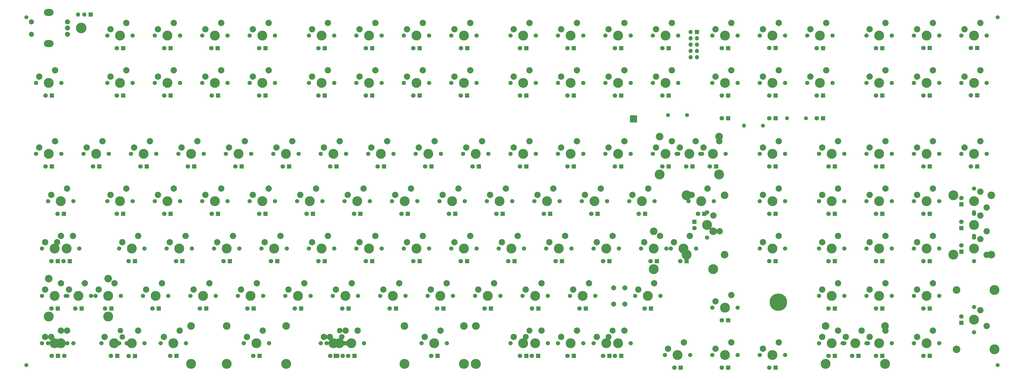
<source format=gbr>
G04 #@! TF.GenerationSoftware,KiCad,Pcbnew,(6.0.5)*
G04 #@! TF.CreationDate,2022-06-06T08:19:00-04:00*
G04 #@! TF.ProjectId,Boston-keyboard-V06-1D,426f7374-6f6e-42d6-9b65-79626f617264,rev?*
G04 #@! TF.SameCoordinates,Original*
G04 #@! TF.FileFunction,Soldermask,Top*
G04 #@! TF.FilePolarity,Negative*
%FSLAX46Y46*%
G04 Gerber Fmt 4.6, Leading zero omitted, Abs format (unit mm)*
G04 Created by KiCad (PCBNEW (6.0.5)) date 2022-06-06 08:19:00*
%MOMM*%
%LPD*%
G01*
G04 APERTURE LIST*
%ADD10R,1.800000X1.800000*%
%ADD11C,1.800000*%
%ADD12R,2.200000X1.800000*%
%ADD13C,0.800000*%
%ADD14C,7.000000*%
%ADD15C,1.600000*%
%ADD16O,1.600000X1.600000*%
%ADD17C,1.596000*%
%ADD18C,2.000000*%
%ADD19R,1.700000X1.700000*%
%ADD20O,1.700000X1.700000*%
%ADD21C,2.032000*%
%ADD22O,3.900000X2.799999*%
%ADD23C,3.987800*%
%ADD24C,1.701800*%
%ADD25C,2.540000*%
%ADD26C,3.048000*%
%ADD27C,2.400000*%
%ADD28C,2.200000*%
%ADD29O,5.000000X1.701800*%
%ADD30C,4.250000*%
%ADD31C,0.220000*%
G04 APERTURE END LIST*
D10*
X69657600Y-168280000D03*
D11*
X72197600Y-168280000D03*
D12*
X181420000Y-168280000D03*
D11*
X183960000Y-168280000D03*
D10*
X381595000Y-130180000D03*
D11*
X379055000Y-130180000D03*
D10*
X181570000Y-92080000D03*
D11*
X179030000Y-92080000D03*
D10*
X419695000Y-168280000D03*
D11*
X417155000Y-168280000D03*
D13*
X360749655Y-144793345D03*
X358893500Y-149274500D03*
X361518500Y-146649500D03*
X357037345Y-148505655D03*
X357037345Y-144793345D03*
X358893500Y-144024500D03*
X360749655Y-148505655D03*
D14*
X358893500Y-146649500D03*
D13*
X356268500Y-146649500D03*
D10*
X253007500Y-130180000D03*
D11*
X250467500Y-130180000D03*
D10*
X69657600Y-168280000D03*
D11*
X67117600Y-168280000D03*
D10*
X238720000Y-92080000D03*
D11*
X236180000Y-92080000D03*
D10*
X152995000Y-111130000D03*
D11*
X150455000Y-111130000D03*
D10*
X333970000Y-92080000D03*
D11*
X331430000Y-92080000D03*
D10*
X167282500Y-149230000D03*
D11*
X164742500Y-149230000D03*
D10*
X233957500Y-63505000D03*
D11*
X231417500Y-63505000D03*
D10*
X338732500Y-153992500D03*
D11*
X336192500Y-153992500D03*
D10*
X419695000Y-92080000D03*
D11*
X417155000Y-92080000D03*
D10*
X438745000Y-44429600D03*
D11*
X436205000Y-44429600D03*
D10*
X114895000Y-63505000D03*
D11*
X112355000Y-63505000D03*
D10*
X195857500Y-44455000D03*
D11*
X193317500Y-44455000D03*
D10*
X114895000Y-111130000D03*
D11*
X112355000Y-111130000D03*
D10*
X400645000Y-63530400D03*
D11*
X398105000Y-63530400D03*
D10*
X419695000Y-44429600D03*
D11*
X417155000Y-44429600D03*
D10*
X381595000Y-149230000D03*
D11*
X379055000Y-149230000D03*
D10*
X276820000Y-168280000D03*
D11*
X274280000Y-168280000D03*
D10*
X233995600Y-44455000D03*
D11*
X231455600Y-44455000D03*
D10*
X432395000Y-107320000D03*
D11*
X432395000Y-104780000D03*
D10*
X138707500Y-130180000D03*
D11*
X136167500Y-130180000D03*
D10*
X210145000Y-111130000D03*
D11*
X207605000Y-111130000D03*
D10*
X314915000Y-92062500D03*
D11*
X312375000Y-92062500D03*
D10*
X257770000Y-44455000D03*
D11*
X255230000Y-44455000D03*
D10*
X329207500Y-111130000D03*
D11*
X326667500Y-111130000D03*
D10*
X67270000Y-92080000D03*
D11*
X64730000Y-92080000D03*
D10*
X357782500Y-111130000D03*
D11*
X355242500Y-111130000D03*
D10*
X91082500Y-149230000D03*
D11*
X88542500Y-149230000D03*
D10*
X381595000Y-92080000D03*
D11*
X379055000Y-92080000D03*
D10*
X119657500Y-130180000D03*
D11*
X117117500Y-130180000D03*
D10*
X419695000Y-149230000D03*
D11*
X417155000Y-149230000D03*
D10*
X257770000Y-63505000D03*
D11*
X255230000Y-63505000D03*
D10*
X314920000Y-63500000D03*
D11*
X312380000Y-63500000D03*
D10*
X438745000Y-63479600D03*
D11*
X436205000Y-63479600D03*
D10*
X338732500Y-72712500D03*
D11*
X336192500Y-72712500D03*
D10*
X432395000Y-116845000D03*
D11*
X432395000Y-114305000D03*
D10*
X219670000Y-92080000D03*
D11*
X217130000Y-92080000D03*
D10*
X69651250Y-130180000D03*
D11*
X67111250Y-130180000D03*
D10*
X114895000Y-44455000D03*
D11*
X112355000Y-44455000D03*
D10*
X432395000Y-154945000D03*
D11*
X432395000Y-152405000D03*
D10*
X152995000Y-44455000D03*
D11*
X150455000Y-44455000D03*
D10*
X205382500Y-149230000D03*
D11*
X202842500Y-149230000D03*
D10*
X214907500Y-44455000D03*
D11*
X212367500Y-44455000D03*
D10*
X105370000Y-92080000D03*
D11*
X102830000Y-92080000D03*
D10*
X295870000Y-63505000D03*
D11*
X293330000Y-63505000D03*
D15*
X352700000Y-75600000D03*
D16*
X345080000Y-75600000D03*
D10*
X338745200Y-44455000D03*
D11*
X336205200Y-44455000D03*
D10*
X200620000Y-92080000D03*
D11*
X198080000Y-92080000D03*
D10*
X419695000Y-63530400D03*
D11*
X417155000Y-63530400D03*
D10*
X93463750Y-168280000D03*
D11*
X90923750Y-168280000D03*
D10*
X438745000Y-92080000D03*
D11*
X436205000Y-92080000D03*
D10*
X186332500Y-149230000D03*
D11*
X183792500Y-149230000D03*
D10*
X276820000Y-92080000D03*
D11*
X274280000Y-92080000D03*
D12*
X181570000Y-168280000D03*
D11*
X179030000Y-168280000D03*
D10*
X357782500Y-130180000D03*
D11*
X355242500Y-130180000D03*
D17*
X447000000Y-32000000D03*
D10*
X357782500Y-72712500D03*
D11*
X355242500Y-72712500D03*
D10*
X338732500Y-63500000D03*
D11*
X336192500Y-63500000D03*
D10*
X95845000Y-63505000D03*
D11*
X93305000Y-63505000D03*
D10*
X176807500Y-44455000D03*
D11*
X174267500Y-44455000D03*
D10*
X172045000Y-111130000D03*
D11*
X169505000Y-111130000D03*
D10*
X176807500Y-63505000D03*
D11*
X174267500Y-63505000D03*
D10*
X176807500Y-130180000D03*
D11*
X174267500Y-130180000D03*
D10*
X381595000Y-168280000D03*
D11*
X379055000Y-168280000D03*
D10*
X276820000Y-63505000D03*
D11*
X274280000Y-63505000D03*
D10*
X325238750Y-114305000D03*
D11*
X325238750Y-116845000D03*
D18*
X292750000Y-147400000D03*
X292750000Y-140900000D03*
X297250000Y-140900000D03*
X297250000Y-147400000D03*
D10*
X100594800Y-168305400D03*
D11*
X98054800Y-168305400D03*
D10*
X69651250Y-149230000D03*
D11*
X67111250Y-149230000D03*
D10*
X400645000Y-130180000D03*
D11*
X398105000Y-130180000D03*
D10*
X150609000Y-168262000D03*
D11*
X148069000Y-168262000D03*
D10*
X222060000Y-168265000D03*
D11*
X219520000Y-168265000D03*
D10*
X162520000Y-92080000D03*
D11*
X159980000Y-92080000D03*
D10*
X248245000Y-111130000D03*
D11*
X245705000Y-111130000D03*
D10*
X400645000Y-149230000D03*
D11*
X398105000Y-149230000D03*
D10*
X400645000Y-92080000D03*
D11*
X398105000Y-92080000D03*
D19*
X82825000Y-30950000D03*
D20*
X80285000Y-30950000D03*
X77745000Y-30950000D03*
D10*
X95845000Y-44455000D03*
D11*
X93305000Y-44455000D03*
D17*
X57000000Y-172000000D03*
D10*
X257770000Y-92080000D03*
D11*
X255230000Y-92080000D03*
D10*
X291094800Y-168280000D03*
D11*
X288554800Y-168280000D03*
D10*
X157757500Y-130180000D03*
D11*
X155217500Y-130180000D03*
D10*
X191095000Y-111130000D03*
D11*
X188555000Y-111130000D03*
D10*
X400645000Y-44480400D03*
D11*
X398105000Y-44480400D03*
D10*
X110132500Y-149230000D03*
D11*
X107592500Y-149230000D03*
D10*
X67270000Y-63530400D03*
D11*
X64730000Y-63530400D03*
D10*
X357800000Y-63500000D03*
D11*
X355260000Y-63500000D03*
D10*
X319682500Y-173042500D03*
D11*
X317142500Y-173042500D03*
D10*
X262519800Y-168254600D03*
D11*
X259979800Y-168254600D03*
D10*
X295870000Y-168280000D03*
D11*
X293330000Y-168280000D03*
D10*
X322063750Y-130180000D03*
D11*
X319523750Y-130180000D03*
D10*
X276820000Y-44455000D03*
D11*
X274280000Y-44455000D03*
D10*
X357782500Y-92080000D03*
D11*
X355242500Y-92080000D03*
D10*
X224432500Y-149230000D03*
D11*
X221892500Y-149230000D03*
D10*
X229195000Y-111130000D03*
D11*
X226655000Y-111130000D03*
D10*
X357782500Y-173042500D03*
D11*
X355242500Y-173042500D03*
D10*
X133818000Y-44455000D03*
D11*
X131278000Y-44455000D03*
D17*
X57000000Y-32000000D03*
D10*
X262532500Y-149230000D03*
D11*
X259992500Y-149230000D03*
D10*
X432395000Y-126370000D03*
D11*
X432395000Y-123830000D03*
D10*
X188707400Y-168280000D03*
D11*
X186167400Y-168280000D03*
D10*
X324445000Y-92080000D03*
D11*
X321905000Y-92080000D03*
D10*
X100607500Y-130180000D03*
D11*
X98067500Y-130180000D03*
D10*
X376832500Y-63500000D03*
D11*
X374292500Y-63500000D03*
D10*
X419695000Y-130180000D03*
D11*
X417155000Y-130180000D03*
D10*
X419695000Y-111130000D03*
D11*
X417155000Y-111130000D03*
D10*
X72032500Y-111130000D03*
D11*
X69492500Y-111130000D03*
D10*
X291107500Y-130180000D03*
D11*
X288567500Y-130180000D03*
D10*
X338732500Y-173042500D03*
D11*
X336192500Y-173042500D03*
D10*
X286345000Y-111130000D03*
D11*
X283805000Y-111130000D03*
D21*
X73500000Y-38875000D03*
X73500000Y-33875000D03*
X73500000Y-36375000D03*
D22*
X66000000Y-30125000D03*
X66000000Y-42625000D03*
D21*
X59000000Y-38875000D03*
X59000000Y-33875000D03*
D10*
X307776250Y-149230000D03*
D11*
X305236250Y-149230000D03*
D10*
X152995000Y-63505000D03*
D11*
X150455000Y-63505000D03*
D10*
X272057500Y-130180000D03*
D11*
X269517500Y-130180000D03*
D10*
X124420000Y-92080000D03*
D11*
X121880000Y-92080000D03*
D10*
X233957500Y-130180000D03*
D11*
X231417500Y-130180000D03*
D10*
X117282600Y-168280000D03*
D11*
X114742600Y-168280000D03*
D10*
X314920000Y-44455000D03*
D11*
X312380000Y-44455000D03*
D10*
X257770000Y-168280000D03*
D11*
X255230000Y-168280000D03*
D10*
X133945000Y-63505000D03*
D11*
X131405000Y-63505000D03*
D10*
X129182500Y-149230000D03*
D11*
X126642500Y-149230000D03*
D10*
X305395000Y-111130000D03*
D11*
X302855000Y-111130000D03*
D10*
X295870000Y-44455000D03*
D11*
X293330000Y-44455000D03*
D15*
X370000000Y-72700000D03*
D16*
X362380000Y-72700000D03*
D10*
X214907500Y-130180000D03*
D11*
X212367500Y-130180000D03*
D10*
X79176250Y-149230000D03*
D11*
X76636250Y-149230000D03*
D10*
X400645000Y-168280000D03*
D11*
X398105000Y-168280000D03*
D10*
X281582500Y-149230000D03*
D11*
X279042500Y-149230000D03*
D10*
X357782500Y-44429600D03*
D11*
X355242500Y-44429600D03*
D10*
X143470000Y-92080000D03*
D11*
X140930000Y-92080000D03*
D10*
X391120000Y-168280000D03*
D11*
X388580000Y-168280000D03*
D10*
X310157500Y-130180000D03*
D11*
X307617500Y-130180000D03*
D10*
X295870000Y-92080000D03*
D11*
X293330000Y-92080000D03*
D10*
X95845000Y-111130000D03*
D11*
X93305000Y-111130000D03*
D19*
X326250000Y-38000000D03*
D20*
X323710000Y-38000000D03*
X326250000Y-40540000D03*
X323710000Y-40540000D03*
X326250000Y-43080000D03*
X323710000Y-43080000D03*
X326250000Y-45620000D03*
X323710000Y-45620000D03*
X326250000Y-48160000D03*
X323710000Y-48160000D03*
D10*
X74413750Y-130180000D03*
D11*
X71873750Y-130180000D03*
D10*
X214907500Y-63505000D03*
D11*
X212367500Y-63505000D03*
D10*
X376832500Y-72712500D03*
D11*
X374292500Y-72712500D03*
D15*
X322220000Y-71400000D03*
D16*
X314600000Y-71400000D03*
D10*
X376832500Y-44480400D03*
D11*
X374292500Y-44480400D03*
D10*
X86320000Y-92080000D03*
D11*
X83780000Y-92080000D03*
D10*
X267295000Y-111130000D03*
D11*
X264755000Y-111130000D03*
D10*
X243482500Y-149230000D03*
D11*
X240942500Y-149230000D03*
D10*
X133945000Y-111130000D03*
D11*
X131405000Y-111130000D03*
D10*
X195857500Y-130180000D03*
D11*
X193317500Y-130180000D03*
D10*
X381595000Y-111130000D03*
D11*
X379055000Y-111130000D03*
D17*
X447000000Y-172000000D03*
D10*
X148232500Y-149230000D03*
D11*
X145692500Y-149230000D03*
D10*
X195857500Y-63505000D03*
D11*
X193317500Y-63505000D03*
D10*
X400645000Y-111130000D03*
D11*
X398105000Y-111130000D03*
D23*
X275550000Y-87000000D03*
D24*
X280630000Y-87000000D03*
X270470000Y-87000000D03*
D25*
X278090000Y-81920000D03*
X271740000Y-84460000D03*
D26*
X401788000Y-156215000D03*
D23*
X401788000Y-171455000D03*
D26*
X377912000Y-156215000D03*
D24*
X394930000Y-163200000D03*
X384770000Y-163200000D03*
D23*
X377912000Y-171455000D03*
X389850000Y-163200000D03*
D25*
X392390000Y-158120000D03*
X386040000Y-160660000D03*
D24*
X256817500Y-125100000D03*
D23*
X251737500Y-125100000D03*
D24*
X246657500Y-125100000D03*
D25*
X254277500Y-120020000D03*
X247927500Y-122560000D03*
D24*
X413345000Y-163200000D03*
X423505000Y-163200000D03*
D23*
X418425000Y-163200000D03*
D25*
X420965000Y-158120000D03*
X414615000Y-160660000D03*
D24*
X261580000Y-163200000D03*
D23*
X256500000Y-163200000D03*
D24*
X251420000Y-163200000D03*
D27*
X259040000Y-158120000D03*
D25*
X252690000Y-160660000D03*
D24*
X99655000Y-58425000D03*
X89495000Y-58425000D03*
D23*
X94575000Y-58425000D03*
D25*
X97115000Y-53345000D03*
X90765000Y-55885000D03*
D24*
X299045000Y-106050000D03*
X309205000Y-106050000D03*
D23*
X304125000Y-106050000D03*
D25*
X306665000Y-100970000D03*
X300315000Y-103510000D03*
D24*
X218717500Y-39375000D03*
D23*
X213637500Y-39375000D03*
D24*
X208557500Y-39375000D03*
D25*
X216177500Y-34295000D03*
X209827500Y-36835000D03*
D24*
X437475000Y-111130000D03*
D23*
X437475000Y-106050000D03*
D24*
X437475000Y-100970000D03*
D25*
X442555000Y-108590000D03*
X440015000Y-102240000D03*
D24*
X342542500Y-58425000D03*
X332382500Y-58425000D03*
D23*
X337462500Y-58425000D03*
D25*
X340002500Y-53345000D03*
X333652500Y-55885000D03*
D24*
X351432500Y-125100000D03*
D23*
X356512500Y-125100000D03*
D24*
X361592500Y-125100000D03*
D25*
X359052500Y-120020000D03*
X352702500Y-122560000D03*
D24*
X351432500Y-106050000D03*
X361592500Y-106050000D03*
D23*
X356512500Y-106050000D03*
D25*
X359052500Y-100970000D03*
X352702500Y-103510000D03*
D23*
X418425000Y-125100000D03*
D24*
X423505000Y-125100000D03*
X413345000Y-125100000D03*
D25*
X420965000Y-120020000D03*
X414615000Y-122560000D03*
D24*
X97273750Y-163200000D03*
D23*
X92193750Y-163200000D03*
D24*
X87113750Y-163200000D03*
D28*
X94733750Y-158120000D03*
D25*
X88383750Y-160660000D03*
D23*
X89844250Y-152405000D03*
D24*
X72826250Y-144150000D03*
D26*
X89844250Y-137165000D03*
D24*
X82986250Y-144150000D03*
D26*
X65968250Y-137165000D03*
D23*
X77906250Y-144150000D03*
X65968250Y-152405000D03*
D25*
X80446250Y-139070000D03*
X74096250Y-141610000D03*
D24*
X142517500Y-125100000D03*
D23*
X137437500Y-125100000D03*
D24*
X132357500Y-125100000D03*
D25*
X139977500Y-120020000D03*
X133627500Y-122560000D03*
D23*
X294600000Y-39375000D03*
D24*
X299680000Y-39375000D03*
X289520000Y-39375000D03*
D25*
X297140000Y-34295000D03*
X290790000Y-36835000D03*
D23*
X327937500Y-106050000D03*
D24*
X322857500Y-106050000D03*
X333017500Y-106050000D03*
D25*
X330477500Y-100970000D03*
X324127500Y-103510000D03*
D23*
X127912500Y-144150000D03*
D24*
X132992500Y-144150000D03*
X122832500Y-144150000D03*
D25*
X130452500Y-139070000D03*
X124102500Y-141610000D03*
D23*
X261262500Y-144150000D03*
D24*
X266342500Y-144150000D03*
X256182500Y-144150000D03*
D25*
X263802500Y-139070000D03*
X257452500Y-141610000D03*
D23*
X68381250Y-144150000D03*
D24*
X63301250Y-144150000D03*
X73461250Y-144150000D03*
D25*
X70921250Y-139070000D03*
X64571250Y-141610000D03*
D24*
X208557500Y-125100000D03*
X218717500Y-125100000D03*
D23*
X213637500Y-125100000D03*
D25*
X216177500Y-120020000D03*
X209827500Y-122560000D03*
D23*
X180300000Y-87000000D03*
D24*
X175220000Y-87000000D03*
X185380000Y-87000000D03*
D25*
X182840000Y-81920000D03*
X176490000Y-84460000D03*
D23*
X332731964Y-133355000D03*
X308855964Y-133355000D03*
D24*
X325873964Y-125100000D03*
X315713964Y-125100000D03*
D26*
X332731964Y-118115000D03*
D23*
X320793964Y-125100000D03*
D26*
X308855964Y-118115000D03*
D25*
X323333964Y-120020000D03*
X316983964Y-122560000D03*
D24*
X289520000Y-87000000D03*
D23*
X294600000Y-87000000D03*
D24*
X299680000Y-87000000D03*
D25*
X297140000Y-81920000D03*
X290790000Y-84460000D03*
D23*
X151725000Y-58425000D03*
D24*
X156805000Y-58425000D03*
X146645000Y-58425000D03*
D25*
X154265000Y-53345000D03*
X147915000Y-55885000D03*
D24*
X199667500Y-125100000D03*
D23*
X194587500Y-125100000D03*
D24*
X189507500Y-125100000D03*
D25*
X197127500Y-120020000D03*
X190777500Y-122560000D03*
D24*
X251420160Y-39375000D03*
X261580160Y-39375000D03*
D23*
X256500160Y-39375000D03*
D25*
X259040160Y-34295000D03*
X252690160Y-36835000D03*
D23*
X218400000Y-87000000D03*
D24*
X223480000Y-87000000D03*
X213320000Y-87000000D03*
D25*
X220940000Y-81920000D03*
X214590000Y-84460000D03*
D24*
X442555000Y-87000000D03*
D23*
X437475000Y-87000000D03*
D24*
X432395000Y-87000000D03*
D25*
X440015000Y-81920000D03*
X433665000Y-84460000D03*
D24*
X108545000Y-106050000D03*
D23*
X113625000Y-106050000D03*
D24*
X118705000Y-106050000D03*
D25*
X116165000Y-100970000D03*
X109815000Y-103510000D03*
D24*
X284757500Y-163200000D03*
X294917500Y-163200000D03*
D23*
X289837500Y-163200000D03*
D27*
X292377500Y-158120000D03*
D25*
X286027500Y-160660000D03*
D23*
X189825000Y-106050000D03*
D24*
X194905000Y-106050000D03*
X184745000Y-106050000D03*
D25*
X192365000Y-100970000D03*
X186015000Y-103510000D03*
D24*
X113942500Y-144150000D03*
X103782500Y-144150000D03*
D23*
X108862500Y-144150000D03*
D25*
X111402500Y-139070000D03*
X105052500Y-141610000D03*
D24*
X404455000Y-144150000D03*
D23*
X399375000Y-144150000D03*
D24*
X394295000Y-144150000D03*
D25*
X401915000Y-139070000D03*
X395565000Y-141610000D03*
D24*
X179982500Y-144150000D03*
D23*
X185062500Y-144150000D03*
D24*
X190142500Y-144150000D03*
D25*
X187602500Y-139070000D03*
X181252500Y-141610000D03*
D24*
X79970000Y-87000000D03*
X90130000Y-87000000D03*
D23*
X85050000Y-87000000D03*
D25*
X87590000Y-81920000D03*
X81240000Y-84460000D03*
D24*
X318730000Y-87000000D03*
D23*
X313650000Y-87000000D03*
D24*
X308570000Y-87000000D03*
D25*
X316190000Y-81920000D03*
X309840000Y-84460000D03*
D24*
X128230000Y-87000000D03*
D23*
X123150000Y-87000000D03*
D24*
X118070000Y-87000000D03*
D25*
X125690000Y-81920000D03*
X119340000Y-84460000D03*
D24*
X413345000Y-87000000D03*
X423505000Y-87000000D03*
D23*
X418425000Y-87000000D03*
D25*
X420965000Y-81920000D03*
X414615000Y-84460000D03*
D23*
X437475000Y-58425000D03*
D24*
X432395000Y-58425000D03*
X442555000Y-58425000D03*
D25*
X440015000Y-53345000D03*
X433665000Y-55885000D03*
D24*
X199667606Y-39375000D03*
D23*
X194587606Y-39375000D03*
D24*
X189507606Y-39375000D03*
D25*
X197127606Y-34295000D03*
X190777606Y-36835000D03*
D24*
X404455000Y-39375000D03*
D23*
X399375000Y-39375000D03*
D24*
X394295000Y-39375000D03*
D25*
X401915000Y-34295000D03*
X395565000Y-36835000D03*
D24*
X385405000Y-163200000D03*
X375245000Y-163200000D03*
D23*
X380325000Y-163200000D03*
D25*
X382865000Y-158120000D03*
X376515000Y-160660000D03*
D23*
X151725000Y-39375000D03*
D24*
X156805000Y-39375000D03*
X146645000Y-39375000D03*
D25*
X154265000Y-34295000D03*
X147915000Y-36835000D03*
D23*
X270787500Y-125100000D03*
D24*
X275867500Y-125100000D03*
X265707500Y-125100000D03*
D25*
X273327500Y-120020000D03*
X266977500Y-122560000D03*
D24*
X237767500Y-58425000D03*
X227607500Y-58425000D03*
D23*
X232687500Y-58425000D03*
D25*
X235227500Y-53345000D03*
X228877500Y-55885000D03*
D23*
X399375000Y-125100000D03*
D24*
X404455000Y-125100000D03*
X394295000Y-125100000D03*
D25*
X401915000Y-120020000D03*
X395565000Y-122560000D03*
D23*
X275550000Y-39375000D03*
D24*
X280630000Y-39375000D03*
X270470000Y-39375000D03*
D25*
X278090000Y-34295000D03*
X271740000Y-36835000D03*
D23*
X337462500Y-148912500D03*
D24*
X342542500Y-148912500D03*
X332382500Y-148912500D03*
D25*
X340002500Y-143832500D03*
X333652500Y-146372500D03*
D24*
X209192500Y-144150000D03*
D23*
X204112500Y-144150000D03*
D24*
X199032500Y-144150000D03*
D25*
X206652500Y-139070000D03*
X200302500Y-141610000D03*
D26*
X208843250Y-156215000D03*
X232719250Y-156215000D03*
D24*
X225861250Y-163200000D03*
D23*
X208843250Y-171455000D03*
X220781250Y-163200000D03*
D24*
X215701250Y-163200000D03*
D23*
X232719250Y-171455000D03*
D25*
X223321250Y-158120000D03*
X216971250Y-160660000D03*
D26*
X337303750Y-127513000D03*
D23*
X330318750Y-115575000D03*
D26*
X337303750Y-103637000D03*
D23*
X322063750Y-127513000D03*
D24*
X330318750Y-120655000D03*
X330318750Y-110495000D03*
D23*
X322063750Y-103637000D03*
D25*
X335398750Y-118115000D03*
X332858750Y-111765000D03*
D24*
X170457500Y-58425000D03*
D23*
X175537500Y-58425000D03*
D24*
X180617500Y-58425000D03*
D25*
X178077500Y-53345000D03*
X171727500Y-55885000D03*
D24*
X437475000Y-120020000D03*
D23*
X437475000Y-125100000D03*
D24*
X437475000Y-130180000D03*
D25*
X442555000Y-127640000D03*
X440015000Y-121290000D03*
D24*
X327620000Y-87000000D03*
D23*
X332700000Y-87000000D03*
D24*
X337780000Y-87000000D03*
D25*
X335240000Y-81920000D03*
X328890000Y-84460000D03*
D24*
X187761250Y-163200000D03*
D23*
X182681250Y-163200000D03*
D24*
X177601250Y-163200000D03*
D25*
X185221250Y-158120000D03*
X178871250Y-160660000D03*
D24*
X170457590Y-39375000D03*
D23*
X175537590Y-39375000D03*
D24*
X180617590Y-39375000D03*
D25*
X178077590Y-34295000D03*
X171727590Y-36835000D03*
D23*
X285075000Y-106050000D03*
D24*
X290155000Y-106050000D03*
X279995000Y-106050000D03*
D25*
X287615000Y-100970000D03*
X281265000Y-103510000D03*
D24*
X394295000Y-106050000D03*
D23*
X399375000Y-106050000D03*
D24*
X404455000Y-106050000D03*
D25*
X401915000Y-100970000D03*
X395565000Y-103510000D03*
D24*
X118705000Y-39375000D03*
D23*
X113625000Y-39375000D03*
D24*
X108545000Y-39375000D03*
D25*
X116165000Y-34295000D03*
X109815000Y-36835000D03*
D24*
X227607500Y-125100000D03*
X237767500Y-125100000D03*
D23*
X232687500Y-125100000D03*
D25*
X235227500Y-120020000D03*
X228877500Y-122560000D03*
D24*
X127595000Y-106050000D03*
X137755000Y-106050000D03*
D23*
X132675000Y-106050000D03*
D25*
X135215000Y-100970000D03*
X128865000Y-103510000D03*
D24*
X189507500Y-58425000D03*
X199667500Y-58425000D03*
D23*
X194587500Y-58425000D03*
D25*
X197127500Y-53345000D03*
X190777500Y-55885000D03*
D23*
X137405750Y-171455000D03*
D24*
X154423750Y-163200000D03*
D23*
X161281750Y-171455000D03*
D26*
X137405750Y-156215000D03*
X161281750Y-156215000D03*
D23*
X149343750Y-163200000D03*
D24*
X144263750Y-163200000D03*
D25*
X151883750Y-158120000D03*
X145533750Y-160660000D03*
D23*
X237450000Y-171455000D03*
D29*
X185380000Y-163200000D03*
D24*
X175220000Y-163200000D03*
D26*
X123150000Y-156215000D03*
D23*
X180300000Y-163200000D03*
D26*
X237450000Y-156215000D03*
D23*
X123150000Y-171455000D03*
D28*
X182840000Y-158120000D03*
D25*
X176490000Y-160660000D03*
D24*
X394295000Y-163200000D03*
X404455000Y-163200000D03*
D23*
X399375000Y-163200000D03*
D25*
X401915000Y-158120000D03*
X395565000Y-160660000D03*
D24*
X160932500Y-144150000D03*
X171092500Y-144150000D03*
D23*
X166012500Y-144150000D03*
D25*
X168552500Y-139070000D03*
X162202500Y-141610000D03*
D23*
X337462500Y-167962500D03*
D24*
X332382500Y-167962500D03*
X342542500Y-167962500D03*
D25*
X340002500Y-162882500D03*
X333652500Y-165422500D03*
D24*
X65682500Y-106050000D03*
D23*
X70762500Y-106050000D03*
D24*
X75842500Y-106050000D03*
D25*
X73302500Y-100970000D03*
X66952500Y-103510000D03*
D24*
X89495000Y-106050000D03*
X99655000Y-106050000D03*
D23*
X94575000Y-106050000D03*
D25*
X97115000Y-100970000D03*
X90765000Y-103510000D03*
D23*
X66000000Y-58425000D03*
D24*
X71080000Y-58425000D03*
X60920000Y-58425000D03*
D25*
X68540000Y-53345000D03*
X62190000Y-55885000D03*
D24*
X308570000Y-39375000D03*
D23*
X313650000Y-39375000D03*
D24*
X318730000Y-39375000D03*
D25*
X316190000Y-34295000D03*
X309840000Y-36835000D03*
D24*
X361592500Y-167962500D03*
X351432500Y-167962500D03*
D23*
X356512500Y-167962500D03*
D25*
X359052500Y-162882500D03*
X352702500Y-165422500D03*
D23*
X256500000Y-87000000D03*
D24*
X261580000Y-87000000D03*
X251420000Y-87000000D03*
D25*
X259040000Y-81920000D03*
X252690000Y-84460000D03*
D23*
X94575000Y-39375000D03*
D24*
X89495000Y-39375000D03*
X99655000Y-39375000D03*
D25*
X97115000Y-34295000D03*
X90765000Y-36835000D03*
D23*
X142200000Y-87000000D03*
D24*
X147280000Y-87000000D03*
X137120000Y-87000000D03*
D25*
X144740000Y-81920000D03*
X138390000Y-84460000D03*
D24*
X437475000Y-120655000D03*
D23*
X429220000Y-103637000D03*
D24*
X437475000Y-110495000D03*
D23*
X437475000Y-115575000D03*
D26*
X444460000Y-103637000D03*
X444460000Y-127513000D03*
D23*
X429220000Y-127513000D03*
D25*
X442555000Y-118115000D03*
X440015000Y-111765000D03*
D23*
X356512500Y-58425000D03*
D24*
X361592500Y-58425000D03*
X351432500Y-58425000D03*
D25*
X359052500Y-53345000D03*
X352702500Y-55885000D03*
D23*
X223162500Y-144150000D03*
D24*
X228242500Y-144150000D03*
X218082500Y-144150000D03*
D25*
X225702500Y-139070000D03*
X219352500Y-141610000D03*
D24*
X351432500Y-39375000D03*
D23*
X356512500Y-39375000D03*
D24*
X361592500Y-39375000D03*
D25*
X359052500Y-34295000D03*
X352702500Y-36835000D03*
D24*
X63301250Y-125100000D03*
X73461250Y-125100000D03*
D23*
X68381250Y-125100000D03*
D25*
X70921250Y-120020000D03*
X64571250Y-122560000D03*
D23*
X275550000Y-163200000D03*
D24*
X270470000Y-163200000D03*
X280630000Y-163200000D03*
D25*
X278090000Y-158120000D03*
X271740000Y-160660000D03*
D24*
X75842500Y-163200000D03*
D23*
X70762500Y-163200000D03*
D24*
X65682500Y-163200000D03*
D25*
X73302500Y-158120000D03*
X66952500Y-160660000D03*
D24*
X121086250Y-163200000D03*
D23*
X116006250Y-163200000D03*
D24*
X110926250Y-163200000D03*
D25*
X118546250Y-158120000D03*
X112196250Y-160660000D03*
D23*
X375562500Y-39375000D03*
D24*
X380642500Y-39375000D03*
X370482500Y-39375000D03*
D25*
X378102500Y-34295000D03*
X371752500Y-36835000D03*
D23*
X437475000Y-39375000D03*
D24*
X432395000Y-39375000D03*
X442555000Y-39375000D03*
D25*
X440015000Y-34295000D03*
X433665000Y-36835000D03*
D24*
X313967500Y-125100000D03*
D23*
X308887500Y-125100000D03*
D24*
X303807500Y-125100000D03*
D25*
X311427500Y-120020000D03*
X305077500Y-122560000D03*
D23*
X399375000Y-87000000D03*
D24*
X394295000Y-87000000D03*
X404455000Y-87000000D03*
D25*
X401915000Y-81920000D03*
X395565000Y-84460000D03*
D24*
X137755000Y-39375000D03*
D23*
X132675000Y-39375000D03*
D24*
X127595000Y-39375000D03*
D25*
X135215000Y-34295000D03*
X128865000Y-36835000D03*
D24*
X84732500Y-144150000D03*
D23*
X89812500Y-144150000D03*
D24*
X94892500Y-144150000D03*
D25*
X92352500Y-139070000D03*
X86002500Y-141610000D03*
D24*
X242530000Y-87000000D03*
X232370000Y-87000000D03*
D23*
X237450000Y-87000000D03*
D25*
X239990000Y-81920000D03*
X233640000Y-84460000D03*
D24*
X342542500Y-39375000D03*
D23*
X337462500Y-39375000D03*
D24*
X332382500Y-39375000D03*
D25*
X340002500Y-34295000D03*
X333652500Y-36835000D03*
D24*
X152042500Y-144150000D03*
D23*
X146962500Y-144150000D03*
D24*
X141882500Y-144150000D03*
D25*
X149502500Y-139070000D03*
X143152500Y-141610000D03*
D24*
X423505000Y-144150000D03*
D23*
X418425000Y-144150000D03*
D24*
X413345000Y-144150000D03*
D25*
X420965000Y-139070000D03*
X414615000Y-141610000D03*
D24*
X99020000Y-87000000D03*
D23*
X104100000Y-87000000D03*
D24*
X109180000Y-87000000D03*
D25*
X106640000Y-81920000D03*
X100290000Y-84460000D03*
D24*
X71080000Y-87000000D03*
X60920000Y-87000000D03*
D23*
X66000000Y-87000000D03*
D25*
X68540000Y-81920000D03*
X62190000Y-84460000D03*
D24*
X68063750Y-125100000D03*
D23*
X73143750Y-125100000D03*
D24*
X78223750Y-125100000D03*
D25*
X75683750Y-120020000D03*
X69333750Y-122560000D03*
D23*
X156487500Y-125100000D03*
D24*
X151407500Y-125100000D03*
X161567500Y-125100000D03*
D25*
X159027500Y-120020000D03*
X152677500Y-122560000D03*
D24*
X280630000Y-58425000D03*
X270470000Y-58425000D03*
D23*
X275550000Y-58425000D03*
D25*
X278090000Y-53345000D03*
X271740000Y-55885000D03*
D24*
X170457500Y-125100000D03*
X180617500Y-125100000D03*
D23*
X175537500Y-125100000D03*
D25*
X178077500Y-120020000D03*
X171727500Y-122560000D03*
D24*
X423505000Y-106050000D03*
D23*
X418425000Y-106050000D03*
D24*
X413345000Y-106050000D03*
D25*
X420965000Y-100970000D03*
X414615000Y-103510000D03*
D24*
X247292500Y-144150000D03*
D23*
X242212500Y-144150000D03*
D24*
X237132500Y-144150000D03*
D25*
X244752500Y-139070000D03*
X238402500Y-141610000D03*
D24*
X118705000Y-58425000D03*
X108545000Y-58425000D03*
D23*
X113625000Y-58425000D03*
D25*
X116165000Y-53345000D03*
X109815000Y-55885000D03*
D24*
X256182500Y-163200000D03*
D23*
X261262500Y-163200000D03*
D24*
X266342500Y-163200000D03*
D25*
X263802500Y-158120000D03*
D27*
X257452500Y-160660000D03*
D24*
X156805000Y-106050000D03*
X146645000Y-106050000D03*
D23*
X151725000Y-106050000D03*
D25*
X154265000Y-100970000D03*
X147915000Y-103510000D03*
D23*
X380325000Y-106050000D03*
D24*
X375245000Y-106050000D03*
X385405000Y-106050000D03*
D25*
X382865000Y-100970000D03*
X376515000Y-103510000D03*
D24*
X251420000Y-58425000D03*
X261580000Y-58425000D03*
D23*
X256500000Y-58425000D03*
D25*
X259040000Y-53345000D03*
X252690000Y-55885000D03*
D24*
X318730000Y-58425000D03*
X308570000Y-58425000D03*
D23*
X313650000Y-58425000D03*
D25*
X316190000Y-53345000D03*
X309840000Y-55885000D03*
D24*
X237767500Y-39375000D03*
X227607500Y-39375000D03*
D23*
X232687500Y-39375000D03*
D25*
X235227500Y-34295000D03*
X228877500Y-36835000D03*
D23*
X380325000Y-125100000D03*
D24*
X385405000Y-125100000D03*
X375245000Y-125100000D03*
D25*
X382865000Y-120020000D03*
X376515000Y-122560000D03*
D24*
X299680000Y-58425000D03*
D23*
X294600000Y-58425000D03*
D24*
X289520000Y-58425000D03*
D25*
X297140000Y-53345000D03*
X290790000Y-55885000D03*
D24*
X260945000Y-106050000D03*
D23*
X266025000Y-106050000D03*
D24*
X271105000Y-106050000D03*
D25*
X268565000Y-100970000D03*
X262215000Y-103510000D03*
D24*
X284757500Y-125100000D03*
X294917500Y-125100000D03*
D23*
X289837500Y-125100000D03*
D25*
X292377500Y-120020000D03*
X286027500Y-122560000D03*
D23*
X161250000Y-87000000D03*
D24*
X166330000Y-87000000D03*
X156170000Y-87000000D03*
D25*
X163790000Y-81920000D03*
X157440000Y-84460000D03*
D23*
X99337500Y-125100000D03*
D24*
X104417500Y-125100000D03*
X94257500Y-125100000D03*
D25*
X101877500Y-120020000D03*
X95527500Y-122560000D03*
D23*
X375562500Y-58425000D03*
D24*
X380642500Y-58425000D03*
X370482500Y-58425000D03*
D25*
X378102500Y-53345000D03*
X371752500Y-55885000D03*
D24*
X113307500Y-125100000D03*
D23*
X118387500Y-125100000D03*
D24*
X123467500Y-125100000D03*
D25*
X120927500Y-120020000D03*
X114577500Y-122560000D03*
D24*
X252055000Y-106050000D03*
X241895000Y-106050000D03*
D23*
X246975000Y-106050000D03*
D25*
X249515000Y-100970000D03*
X243165000Y-103510000D03*
D23*
X380325000Y-144150000D03*
D24*
X385405000Y-144150000D03*
X375245000Y-144150000D03*
D25*
X382865000Y-139070000D03*
X376515000Y-141610000D03*
D24*
X413345000Y-39375000D03*
D23*
X418425000Y-39375000D03*
D24*
X423505000Y-39375000D03*
D25*
X420965000Y-34295000D03*
X414615000Y-36835000D03*
D23*
X99337500Y-163200000D03*
D24*
X94257500Y-163200000D03*
X104417500Y-163200000D03*
D25*
X101877500Y-158120000D03*
D28*
X95527500Y-160660000D03*
D24*
X208557500Y-58425000D03*
X218717500Y-58425000D03*
D23*
X213637500Y-58425000D03*
D25*
X216177500Y-53345000D03*
X209827500Y-55885000D03*
D24*
X311586250Y-144150000D03*
X301426250Y-144150000D03*
D23*
X306506250Y-144150000D03*
D25*
X309046250Y-139070000D03*
X302696250Y-141610000D03*
D23*
X132675000Y-58425000D03*
D24*
X137755000Y-58425000D03*
X127595000Y-58425000D03*
D25*
X135215000Y-53345000D03*
X128865000Y-55885000D03*
D24*
X275232500Y-144150000D03*
X285392500Y-144150000D03*
D23*
X280312500Y-144150000D03*
D25*
X282852500Y-139070000D03*
X276502500Y-141610000D03*
D24*
X328255000Y-87000000D03*
D26*
X311237000Y-80015000D03*
D23*
X311237000Y-95255000D03*
D26*
X335113000Y-80015000D03*
D23*
X323175000Y-87000000D03*
D24*
X318095000Y-87000000D03*
D23*
X335113000Y-95255000D03*
D25*
X325715000Y-81920000D03*
X319365000Y-84460000D03*
D24*
X394295000Y-58425000D03*
X404455000Y-58425000D03*
D23*
X399375000Y-58425000D03*
D25*
X401915000Y-53345000D03*
X395565000Y-55885000D03*
D24*
X203795000Y-106050000D03*
D23*
X208875000Y-106050000D03*
D24*
X213955000Y-106050000D03*
D25*
X211415000Y-100970000D03*
X205065000Y-103510000D03*
D23*
X380325000Y-87000000D03*
D24*
X375245000Y-87000000D03*
X385405000Y-87000000D03*
D25*
X382865000Y-81920000D03*
X376515000Y-84460000D03*
D23*
X237481750Y-171455000D03*
D26*
X137405750Y-156215000D03*
D23*
X187443750Y-163200000D03*
D24*
X182363750Y-163200000D03*
D26*
X237481750Y-156215000D03*
D23*
X137405750Y-171455000D03*
D24*
X192523750Y-163200000D03*
D25*
X189983750Y-158120000D03*
D28*
X183633750Y-160660000D03*
D23*
X318412500Y-167962500D03*
D24*
X323492500Y-167962500D03*
X313332500Y-167962500D03*
D25*
X320952500Y-162882500D03*
X314602500Y-165422500D03*
D30*
X79000000Y-36375000D03*
D24*
X437475000Y-158755000D03*
D23*
X445730000Y-141737000D03*
D24*
X437475000Y-148595000D03*
D23*
X437475000Y-153675000D03*
D26*
X430490000Y-165613000D03*
X430490000Y-141737000D03*
D23*
X445730000Y-165613000D03*
D25*
X442555000Y-156215000D03*
X440015000Y-149865000D03*
D24*
X63301250Y-163200000D03*
D23*
X68381250Y-163200000D03*
D24*
X73461250Y-163200000D03*
D25*
X70921250Y-158120000D03*
X64571250Y-160660000D03*
D24*
X351432500Y-87000000D03*
X361592500Y-87000000D03*
D23*
X356512500Y-87000000D03*
D25*
X359052500Y-81920000D03*
X352702500Y-84460000D03*
D23*
X199350000Y-87000000D03*
D24*
X194270000Y-87000000D03*
X204430000Y-87000000D03*
D25*
X201890000Y-81920000D03*
X195540000Y-84460000D03*
D24*
X423505000Y-58425000D03*
X413345000Y-58425000D03*
D23*
X418425000Y-58425000D03*
D25*
X420965000Y-53345000D03*
X414615000Y-55885000D03*
D24*
X299680000Y-163200000D03*
X289520000Y-163200000D03*
D23*
X294600000Y-163200000D03*
D25*
X297140000Y-158120000D03*
D27*
X290790000Y-160660000D03*
D24*
X175855000Y-106050000D03*
D23*
X170775000Y-106050000D03*
D24*
X165695000Y-106050000D03*
D25*
X173315000Y-100970000D03*
X166965000Y-103510000D03*
D24*
X222845000Y-106050000D03*
X233005000Y-106050000D03*
D23*
X227925000Y-106050000D03*
D25*
X230465000Y-100970000D03*
X224115000Y-103510000D03*
D31*
X301991000Y-74216000D02*
X299409000Y-74216000D01*
X299409000Y-71534000D01*
X301991000Y-71534000D01*
X301991000Y-74216000D01*
X301991000Y-74216000D02*
X301991000Y-71534000D01*
G36*
X301991000Y-74216000D02*
G01*
X299409000Y-74216000D01*
X299409000Y-71534000D01*
X301991000Y-71534000D01*
X301991000Y-74216000D01*
G37*
M02*

</source>
